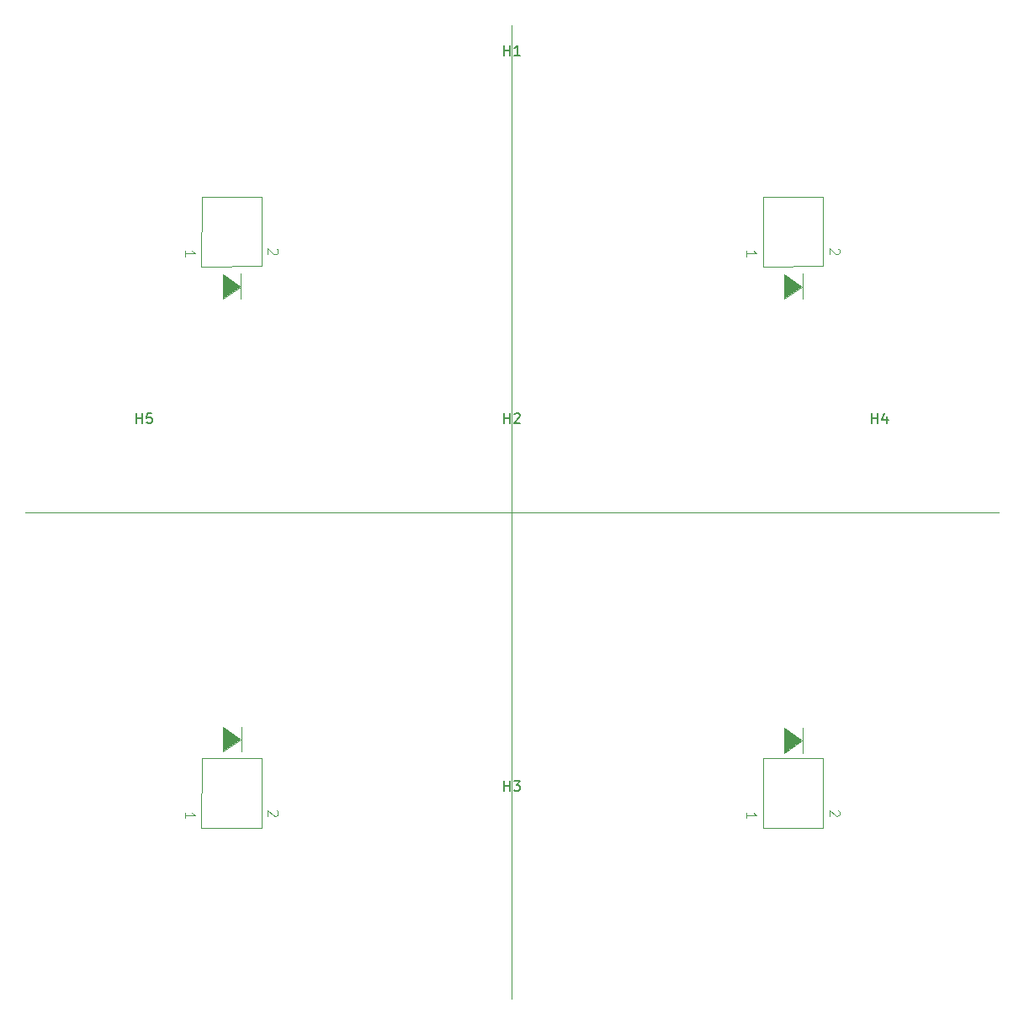
<source format=gbr>
%TF.GenerationSoftware,KiCad,Pcbnew,7.0.5-0*%
%TF.CreationDate,2023-06-12T10:58:38-04:00*%
%TF.ProjectId,quad_sipm,71756164-5f73-4697-906d-2e6b69636164,rev?*%
%TF.SameCoordinates,Original*%
%TF.FileFunction,Legend,Top*%
%TF.FilePolarity,Positive*%
%FSLAX46Y46*%
G04 Gerber Fmt 4.6, Leading zero omitted, Abs format (unit mm)*
G04 Created by KiCad (PCBNEW 7.0.5-0) date 2023-06-12 10:58:38*
%MOMM*%
%LPD*%
G01*
G04 APERTURE LIST*
%ADD10C,0.120000*%
%ADD11C,0.150000*%
%ADD12C,0.100000*%
G04 APERTURE END LIST*
D10*
X51000000Y-100000000D02*
X149000000Y-100000000D01*
X100000000Y-51000000D02*
X100000000Y-149000000D01*
D11*
%TO.C,H2*%
X99238095Y-91054819D02*
X99238095Y-90054819D01*
X99238095Y-90531009D02*
X99809523Y-90531009D01*
X99809523Y-91054819D02*
X99809523Y-90054819D01*
X100238095Y-90150057D02*
X100285714Y-90102438D01*
X100285714Y-90102438D02*
X100380952Y-90054819D01*
X100380952Y-90054819D02*
X100619047Y-90054819D01*
X100619047Y-90054819D02*
X100714285Y-90102438D01*
X100714285Y-90102438D02*
X100761904Y-90150057D01*
X100761904Y-90150057D02*
X100809523Y-90245295D01*
X100809523Y-90245295D02*
X100809523Y-90340533D01*
X100809523Y-90340533D02*
X100761904Y-90483390D01*
X100761904Y-90483390D02*
X100190476Y-91054819D01*
X100190476Y-91054819D02*
X100809523Y-91054819D01*
%TO.C,H3*%
X99238095Y-128054819D02*
X99238095Y-127054819D01*
X99238095Y-127531009D02*
X99809523Y-127531009D01*
X99809523Y-128054819D02*
X99809523Y-127054819D01*
X100190476Y-127054819D02*
X100809523Y-127054819D01*
X100809523Y-127054819D02*
X100476190Y-127435771D01*
X100476190Y-127435771D02*
X100619047Y-127435771D01*
X100619047Y-127435771D02*
X100714285Y-127483390D01*
X100714285Y-127483390D02*
X100761904Y-127531009D01*
X100761904Y-127531009D02*
X100809523Y-127626247D01*
X100809523Y-127626247D02*
X100809523Y-127864342D01*
X100809523Y-127864342D02*
X100761904Y-127959580D01*
X100761904Y-127959580D02*
X100714285Y-128007200D01*
X100714285Y-128007200D02*
X100619047Y-128054819D01*
X100619047Y-128054819D02*
X100333333Y-128054819D01*
X100333333Y-128054819D02*
X100238095Y-128007200D01*
X100238095Y-128007200D02*
X100190476Y-127959580D01*
%TO.C,H4*%
X136238095Y-91054819D02*
X136238095Y-90054819D01*
X136238095Y-90531009D02*
X136809523Y-90531009D01*
X136809523Y-91054819D02*
X136809523Y-90054819D01*
X137714285Y-90388152D02*
X137714285Y-91054819D01*
X137476190Y-90007200D02*
X137238095Y-90721485D01*
X137238095Y-90721485D02*
X137857142Y-90721485D01*
%TO.C,H5*%
X62238095Y-91054819D02*
X62238095Y-90054819D01*
X62238095Y-90531009D02*
X62809523Y-90531009D01*
X62809523Y-91054819D02*
X62809523Y-90054819D01*
X63761904Y-90054819D02*
X63285714Y-90054819D01*
X63285714Y-90054819D02*
X63238095Y-90531009D01*
X63238095Y-90531009D02*
X63285714Y-90483390D01*
X63285714Y-90483390D02*
X63380952Y-90435771D01*
X63380952Y-90435771D02*
X63619047Y-90435771D01*
X63619047Y-90435771D02*
X63714285Y-90483390D01*
X63714285Y-90483390D02*
X63761904Y-90531009D01*
X63761904Y-90531009D02*
X63809523Y-90626247D01*
X63809523Y-90626247D02*
X63809523Y-90864342D01*
X63809523Y-90864342D02*
X63761904Y-90959580D01*
X63761904Y-90959580D02*
X63714285Y-91007200D01*
X63714285Y-91007200D02*
X63619047Y-91054819D01*
X63619047Y-91054819D02*
X63380952Y-91054819D01*
X63380952Y-91054819D02*
X63285714Y-91007200D01*
X63285714Y-91007200D02*
X63238095Y-90959580D01*
%TO.C,H1*%
X99238095Y-54054819D02*
X99238095Y-53054819D01*
X99238095Y-53531009D02*
X99809523Y-53531009D01*
X99809523Y-54054819D02*
X99809523Y-53054819D01*
X100809523Y-54054819D02*
X100238095Y-54054819D01*
X100523809Y-54054819D02*
X100523809Y-53054819D01*
X100523809Y-53054819D02*
X100428571Y-53197676D01*
X100428571Y-53197676D02*
X100333333Y-53292914D01*
X100333333Y-53292914D02*
X100238095Y-53340533D01*
D12*
%TO.C,D2*%
X76337342Y-130026265D02*
X76384961Y-130073884D01*
X76384961Y-130073884D02*
X76432580Y-130169122D01*
X76432580Y-130169122D02*
X76432580Y-130407217D01*
X76432580Y-130407217D02*
X76384961Y-130502455D01*
X76384961Y-130502455D02*
X76337342Y-130550074D01*
X76337342Y-130550074D02*
X76242104Y-130597693D01*
X76242104Y-130597693D02*
X76146866Y-130597693D01*
X76146866Y-130597693D02*
X76004009Y-130550074D01*
X76004009Y-130550074D02*
X75432580Y-129978646D01*
X75432580Y-129978646D02*
X75432580Y-130597693D01*
X67107580Y-130797693D02*
X67107580Y-130226265D01*
X67107580Y-130511979D02*
X68107580Y-130511979D01*
X68107580Y-130511979D02*
X67964723Y-130416741D01*
X67964723Y-130416741D02*
X67869485Y-130321503D01*
X67869485Y-130321503D02*
X67821866Y-130226265D01*
%TO.C,D1*%
X123622580Y-130797693D02*
X123622580Y-130226265D01*
X123622580Y-130511979D02*
X124622580Y-130511979D01*
X124622580Y-130511979D02*
X124479723Y-130416741D01*
X124479723Y-130416741D02*
X124384485Y-130321503D01*
X124384485Y-130321503D02*
X124336866Y-130226265D01*
X132852342Y-130026265D02*
X132899961Y-130073884D01*
X132899961Y-130073884D02*
X132947580Y-130169122D01*
X132947580Y-130169122D02*
X132947580Y-130407217D01*
X132947580Y-130407217D02*
X132899961Y-130502455D01*
X132899961Y-130502455D02*
X132852342Y-130550074D01*
X132852342Y-130550074D02*
X132757104Y-130597693D01*
X132757104Y-130597693D02*
X132661866Y-130597693D01*
X132661866Y-130597693D02*
X132519009Y-130550074D01*
X132519009Y-130550074D02*
X131947580Y-129978646D01*
X131947580Y-129978646D02*
X131947580Y-130597693D01*
%TO.C,D4*%
X67107580Y-74282693D02*
X67107580Y-73711265D01*
X67107580Y-73996979D02*
X68107580Y-73996979D01*
X68107580Y-73996979D02*
X67964723Y-73901741D01*
X67964723Y-73901741D02*
X67869485Y-73806503D01*
X67869485Y-73806503D02*
X67821866Y-73711265D01*
X76337342Y-73511265D02*
X76384961Y-73558884D01*
X76384961Y-73558884D02*
X76432580Y-73654122D01*
X76432580Y-73654122D02*
X76432580Y-73892217D01*
X76432580Y-73892217D02*
X76384961Y-73987455D01*
X76384961Y-73987455D02*
X76337342Y-74035074D01*
X76337342Y-74035074D02*
X76242104Y-74082693D01*
X76242104Y-74082693D02*
X76146866Y-74082693D01*
X76146866Y-74082693D02*
X76004009Y-74035074D01*
X76004009Y-74035074D02*
X75432580Y-73463646D01*
X75432580Y-73463646D02*
X75432580Y-74082693D01*
%TO.C,D3*%
X123622580Y-74282693D02*
X123622580Y-73711265D01*
X123622580Y-73996979D02*
X124622580Y-73996979D01*
X124622580Y-73996979D02*
X124479723Y-73901741D01*
X124479723Y-73901741D02*
X124384485Y-73806503D01*
X124384485Y-73806503D02*
X124336866Y-73711265D01*
X132852342Y-73511265D02*
X132899961Y-73558884D01*
X132899961Y-73558884D02*
X132947580Y-73654122D01*
X132947580Y-73654122D02*
X132947580Y-73892217D01*
X132947580Y-73892217D02*
X132899961Y-73987455D01*
X132899961Y-73987455D02*
X132852342Y-74035074D01*
X132852342Y-74035074D02*
X132757104Y-74082693D01*
X132757104Y-74082693D02*
X132661866Y-74082693D01*
X132661866Y-74082693D02*
X132519009Y-74035074D01*
X132519009Y-74035074D02*
X131947580Y-73463646D01*
X131947580Y-73463646D02*
X131947580Y-74082693D01*
%TO.C,D2*%
X72780000Y-124120000D02*
X72780000Y-121595000D01*
X74780000Y-124770000D02*
X74780000Y-131770000D01*
X68780000Y-124770000D02*
X74780000Y-124770000D01*
X74780000Y-131770000D02*
X68755000Y-131820000D01*
X68755000Y-131820000D02*
X68780000Y-124770000D01*
X72730000Y-122870000D02*
X70955000Y-124120000D01*
X70955000Y-121620000D01*
X72730000Y-122870000D01*
G36*
X72730000Y-122870000D02*
G01*
X70955000Y-124120000D01*
X70955000Y-121620000D01*
X72730000Y-122870000D01*
G37*
%TO.C,D1*%
X129245000Y-124245000D02*
X129245000Y-121720000D01*
X131295000Y-124770000D02*
X131295000Y-131770000D01*
X125295000Y-124770000D02*
X131295000Y-124770000D01*
X131295000Y-131770000D02*
X125270000Y-131820000D01*
X125270000Y-131820000D02*
X125295000Y-124770000D01*
X129195000Y-122995000D02*
X127420000Y-124245000D01*
X127420000Y-121745000D01*
X129195000Y-122995000D01*
G36*
X129195000Y-122995000D02*
G01*
X127420000Y-124245000D01*
X127420000Y-121745000D01*
X129195000Y-122995000D01*
G37*
%TO.C,D4*%
X74780000Y-68255000D02*
X74780000Y-75255000D01*
X68780000Y-68255000D02*
X74780000Y-68255000D01*
X74780000Y-75255000D02*
X68755000Y-75305000D01*
X68755000Y-75305000D02*
X68780000Y-68255000D01*
X72730000Y-78555000D02*
X72730000Y-76030000D01*
X72680000Y-77305000D02*
X70905000Y-78555000D01*
X70905000Y-76055000D01*
X72680000Y-77305000D01*
G36*
X72680000Y-77305000D02*
G01*
X70905000Y-78555000D01*
X70905000Y-76055000D01*
X72680000Y-77305000D01*
G37*
%TO.C,D3*%
X131295000Y-68255000D02*
X131295000Y-75255000D01*
X125295000Y-68255000D02*
X131295000Y-68255000D01*
X131295000Y-75255000D02*
X125270000Y-75305000D01*
X125270000Y-75305000D02*
X125295000Y-68255000D01*
X129245000Y-78555000D02*
X129245000Y-76030000D01*
X129195000Y-77305000D02*
X127420000Y-78555000D01*
X127420000Y-76055000D01*
X129195000Y-77305000D01*
G36*
X129195000Y-77305000D02*
G01*
X127420000Y-78555000D01*
X127420000Y-76055000D01*
X129195000Y-77305000D01*
G37*
%TD*%
M02*

</source>
